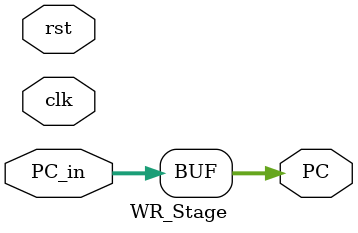
<source format=v>
module WR_Stage(
	input clk,
	input rst,
	input[31:0] PC_in,
	output[31:0] PC
);

assign PC = PC_in;

endmodule
</source>
